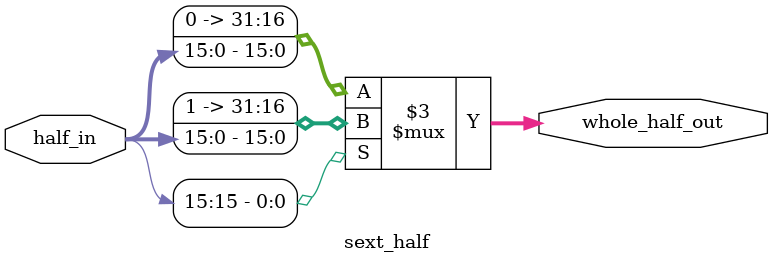
<source format=sv>
module sext_half(
    input logic [15:0] half_in,
    output logic [31:0] whole_half_out
);
    always_comb begin : sexty_half
        if(half_in[15]) begin
            whole_half_out = {16'hffff, half_in};
        end
        else begin
            whole_half_out = {16'h0, half_in};
        end
    end

endmodule : sext_half
</source>
